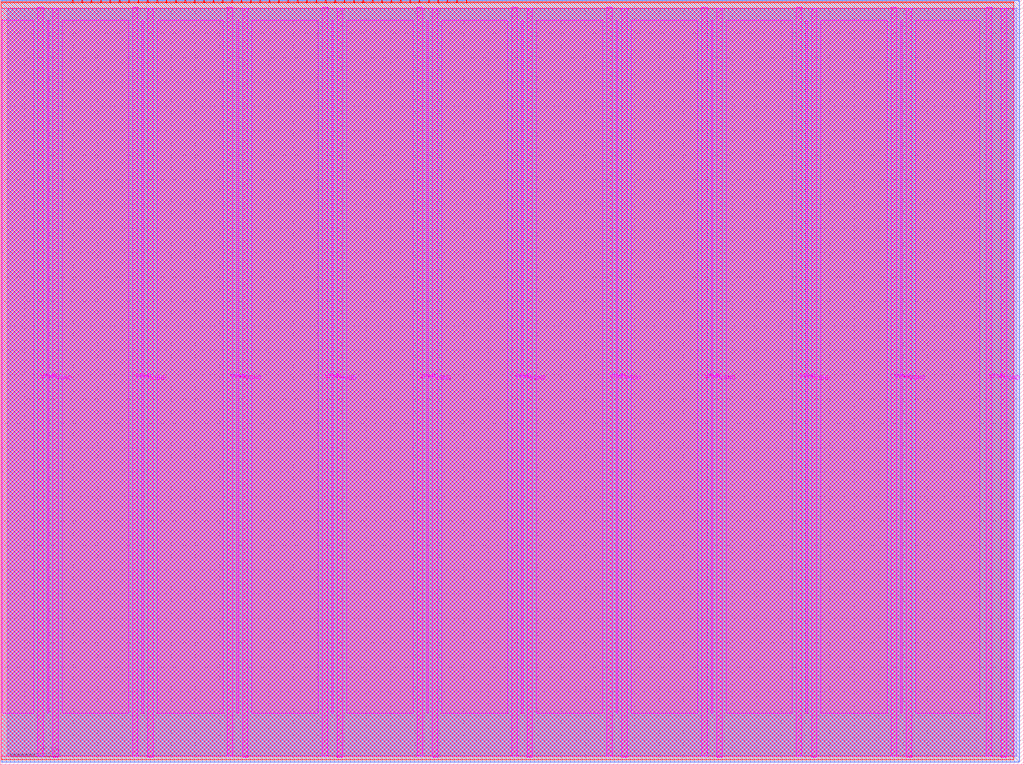
<source format=lef>
VERSION 5.7 ;
  NOWIREEXTENSIONATPIN ON ;
  DIVIDERCHAR "/" ;
  BUSBITCHARS "[]" ;
MACRO tt_um_herald
  CLASS BLOCK ;
  FOREIGN tt_um_herald ;
  ORIGIN 0.000 0.000 ;
  SIZE 419.520 BY 313.740 ;
  PIN VGND
    DIRECTION INOUT ;
    USE GROUND ;
    PORT
      LAYER TopMetal1 ;
        RECT 21.580 3.150 23.780 310.180 ;
    END
    PORT
      LAYER TopMetal1 ;
        RECT 60.450 3.150 62.650 310.180 ;
    END
    PORT
      LAYER TopMetal1 ;
        RECT 99.320 3.150 101.520 310.180 ;
    END
    PORT
      LAYER TopMetal1 ;
        RECT 138.190 3.150 140.390 310.180 ;
    END
    PORT
      LAYER TopMetal1 ;
        RECT 177.060 3.150 179.260 310.180 ;
    END
    PORT
      LAYER TopMetal1 ;
        RECT 215.930 3.150 218.130 310.180 ;
    END
    PORT
      LAYER TopMetal1 ;
        RECT 254.800 3.150 257.000 310.180 ;
    END
    PORT
      LAYER TopMetal1 ;
        RECT 293.670 3.150 295.870 310.180 ;
    END
    PORT
      LAYER TopMetal1 ;
        RECT 332.540 3.150 334.740 310.180 ;
    END
    PORT
      LAYER TopMetal1 ;
        RECT 371.410 3.150 373.610 310.180 ;
    END
    PORT
      LAYER TopMetal1 ;
        RECT 410.280 3.150 412.480 310.180 ;
    END
  END VGND
  PIN VPWR
    DIRECTION INOUT ;
    USE POWER ;
    PORT
      LAYER TopMetal1 ;
        RECT 15.380 3.560 17.580 310.590 ;
    END
    PORT
      LAYER TopMetal1 ;
        RECT 54.250 3.560 56.450 310.590 ;
    END
    PORT
      LAYER TopMetal1 ;
        RECT 93.120 3.560 95.320 310.590 ;
    END
    PORT
      LAYER TopMetal1 ;
        RECT 131.990 3.560 134.190 310.590 ;
    END
    PORT
      LAYER TopMetal1 ;
        RECT 170.860 3.560 173.060 310.590 ;
    END
    PORT
      LAYER TopMetal1 ;
        RECT 209.730 3.560 211.930 310.590 ;
    END
    PORT
      LAYER TopMetal1 ;
        RECT 248.600 3.560 250.800 310.590 ;
    END
    PORT
      LAYER TopMetal1 ;
        RECT 287.470 3.560 289.670 310.590 ;
    END
    PORT
      LAYER TopMetal1 ;
        RECT 326.340 3.560 328.540 310.590 ;
    END
    PORT
      LAYER TopMetal1 ;
        RECT 365.210 3.560 367.410 310.590 ;
    END
    PORT
      LAYER TopMetal1 ;
        RECT 404.080 3.560 406.280 310.590 ;
    END
  END VPWR
  PIN clk
    DIRECTION INPUT ;
    USE SIGNAL ;
    ANTENNAGATEAREA 0.725400 ;
    PORT
      LAYER Metal4 ;
        RECT 187.050 312.740 187.350 313.740 ;
    END
  END clk
  PIN ena
    DIRECTION INPUT ;
    USE SIGNAL ;
    PORT
      LAYER Metal4 ;
        RECT 190.890 312.740 191.190 313.740 ;
    END
  END ena
  PIN rst_n
    DIRECTION INPUT ;
    USE SIGNAL ;
    ANTENNAGATEAREA 2.176200 ;
    PORT
      LAYER Metal4 ;
        RECT 183.210 312.740 183.510 313.740 ;
    END
  END rst_n
  PIN ui_in[0]
    DIRECTION INPUT ;
    USE SIGNAL ;
    ANTENNAGATEAREA 0.213200 ;
    PORT
      LAYER Metal4 ;
        RECT 179.370 312.740 179.670 313.740 ;
    END
  END ui_in[0]
  PIN ui_in[1]
    DIRECTION INPUT ;
    USE SIGNAL ;
    ANTENNAGATEAREA 0.213200 ;
    PORT
      LAYER Metal4 ;
        RECT 175.530 312.740 175.830 313.740 ;
    END
  END ui_in[1]
  PIN ui_in[2]
    DIRECTION INPUT ;
    USE SIGNAL ;
    ANTENNAGATEAREA 0.213200 ;
    PORT
      LAYER Metal4 ;
        RECT 171.690 312.740 171.990 313.740 ;
    END
  END ui_in[2]
  PIN ui_in[3]
    DIRECTION INPUT ;
    USE SIGNAL ;
    ANTENNAGATEAREA 0.213200 ;
    PORT
      LAYER Metal4 ;
        RECT 167.850 312.740 168.150 313.740 ;
    END
  END ui_in[3]
  PIN ui_in[4]
    DIRECTION INPUT ;
    USE SIGNAL ;
    ANTENNAGATEAREA 0.213200 ;
    PORT
      LAYER Metal4 ;
        RECT 164.010 312.740 164.310 313.740 ;
    END
  END ui_in[4]
  PIN ui_in[5]
    DIRECTION INPUT ;
    USE SIGNAL ;
    ANTENNAGATEAREA 0.213200 ;
    PORT
      LAYER Metal4 ;
        RECT 160.170 312.740 160.470 313.740 ;
    END
  END ui_in[5]
  PIN ui_in[6]
    DIRECTION INPUT ;
    USE SIGNAL ;
    ANTENNAGATEAREA 0.213200 ;
    PORT
      LAYER Metal4 ;
        RECT 156.330 312.740 156.630 313.740 ;
    END
  END ui_in[6]
  PIN ui_in[7]
    DIRECTION INPUT ;
    USE SIGNAL ;
    ANTENNAGATEAREA 0.213200 ;
    PORT
      LAYER Metal4 ;
        RECT 152.490 312.740 152.790 313.740 ;
    END
  END ui_in[7]
  PIN uio_in[0]
    DIRECTION INPUT ;
    USE SIGNAL ;
    ANTENNAGATEAREA 0.789100 ;
    ANTENNADIFFAREA 2.015400 ;
    PORT
      LAYER Metal4 ;
        RECT 148.650 312.740 148.950 313.740 ;
    END
  END uio_in[0]
  PIN uio_in[1]
    DIRECTION INPUT ;
    USE SIGNAL ;
    ANTENNAGATEAREA 0.789100 ;
    ANTENNADIFFAREA 2.015400 ;
    PORT
      LAYER Metal4 ;
        RECT 144.810 312.740 145.110 313.740 ;
    END
  END uio_in[1]
  PIN uio_in[2]
    DIRECTION INPUT ;
    USE SIGNAL ;
    PORT
      LAYER Metal4 ;
        RECT 140.970 312.740 141.270 313.740 ;
    END
  END uio_in[2]
  PIN uio_in[3]
    DIRECTION INPUT ;
    USE SIGNAL ;
    PORT
      LAYER Metal4 ;
        RECT 137.130 312.740 137.430 313.740 ;
    END
  END uio_in[3]
  PIN uio_in[4]
    DIRECTION INPUT ;
    USE SIGNAL ;
    PORT
      LAYER Metal4 ;
        RECT 133.290 312.740 133.590 313.740 ;
    END
  END uio_in[4]
  PIN uio_in[5]
    DIRECTION INPUT ;
    USE SIGNAL ;
    PORT
      LAYER Metal4 ;
        RECT 129.450 312.740 129.750 313.740 ;
    END
  END uio_in[5]
  PIN uio_in[6]
    DIRECTION INPUT ;
    USE SIGNAL ;
    PORT
      LAYER Metal4 ;
        RECT 125.610 312.740 125.910 313.740 ;
    END
  END uio_in[6]
  PIN uio_in[7]
    DIRECTION INPUT ;
    USE SIGNAL ;
    PORT
      LAYER Metal4 ;
        RECT 121.770 312.740 122.070 313.740 ;
    END
  END uio_in[7]
  PIN uio_oe[0]
    DIRECTION OUTPUT ;
    USE SIGNAL ;
    ANTENNADIFFAREA 0.299200 ;
    PORT
      LAYER Metal4 ;
        RECT 56.490 312.740 56.790 313.740 ;
    END
  END uio_oe[0]
  PIN uio_oe[1]
    DIRECTION OUTPUT ;
    USE SIGNAL ;
    ANTENNADIFFAREA 0.299200 ;
    PORT
      LAYER Metal4 ;
        RECT 52.650 312.740 52.950 313.740 ;
    END
  END uio_oe[1]
  PIN uio_oe[2]
    DIRECTION OUTPUT ;
    USE SIGNAL ;
    ANTENNADIFFAREA 0.299200 ;
    PORT
      LAYER Metal4 ;
        RECT 48.810 312.740 49.110 313.740 ;
    END
  END uio_oe[2]
  PIN uio_oe[3]
    DIRECTION OUTPUT ;
    USE SIGNAL ;
    ANTENNADIFFAREA 0.299200 ;
    PORT
      LAYER Metal4 ;
        RECT 44.970 312.740 45.270 313.740 ;
    END
  END uio_oe[3]
  PIN uio_oe[4]
    DIRECTION OUTPUT ;
    USE SIGNAL ;
    ANTENNADIFFAREA 0.299200 ;
    PORT
      LAYER Metal4 ;
        RECT 41.130 312.740 41.430 313.740 ;
    END
  END uio_oe[4]
  PIN uio_oe[5]
    DIRECTION OUTPUT ;
    USE SIGNAL ;
    ANTENNADIFFAREA 0.299200 ;
    PORT
      LAYER Metal4 ;
        RECT 37.290 312.740 37.590 313.740 ;
    END
  END uio_oe[5]
  PIN uio_oe[6]
    DIRECTION OUTPUT ;
    USE SIGNAL ;
    ANTENNADIFFAREA 0.299200 ;
    PORT
      LAYER Metal4 ;
        RECT 33.450 312.740 33.750 313.740 ;
    END
  END uio_oe[6]
  PIN uio_oe[7]
    DIRECTION OUTPUT ;
    USE SIGNAL ;
    ANTENNADIFFAREA 0.299200 ;
    PORT
      LAYER Metal4 ;
        RECT 29.610 312.740 29.910 313.740 ;
    END
  END uio_oe[7]
  PIN uio_out[0]
    DIRECTION OUTPUT ;
    USE SIGNAL ;
    ANTENNADIFFAREA 0.299200 ;
    PORT
      LAYER Metal4 ;
        RECT 87.210 312.740 87.510 313.740 ;
    END
  END uio_out[0]
  PIN uio_out[1]
    DIRECTION OUTPUT ;
    USE SIGNAL ;
    ANTENNADIFFAREA 0.299200 ;
    PORT
      LAYER Metal4 ;
        RECT 83.370 312.740 83.670 313.740 ;
    END
  END uio_out[1]
  PIN uio_out[2]
    DIRECTION OUTPUT ;
    USE SIGNAL ;
    ANTENNADIFFAREA 0.299200 ;
    PORT
      LAYER Metal4 ;
        RECT 79.530 312.740 79.830 313.740 ;
    END
  END uio_out[2]
  PIN uio_out[3]
    DIRECTION OUTPUT ;
    USE SIGNAL ;
    ANTENNADIFFAREA 0.299200 ;
    PORT
      LAYER Metal4 ;
        RECT 75.690 312.740 75.990 313.740 ;
    END
  END uio_out[3]
  PIN uio_out[4]
    DIRECTION OUTPUT ;
    USE SIGNAL ;
    ANTENNADIFFAREA 0.299200 ;
    PORT
      LAYER Metal4 ;
        RECT 71.850 312.740 72.150 313.740 ;
    END
  END uio_out[4]
  PIN uio_out[5]
    DIRECTION OUTPUT ;
    USE SIGNAL ;
    ANTENNADIFFAREA 0.299200 ;
    PORT
      LAYER Metal4 ;
        RECT 68.010 312.740 68.310 313.740 ;
    END
  END uio_out[5]
  PIN uio_out[6]
    DIRECTION OUTPUT ;
    USE SIGNAL ;
    ANTENNADIFFAREA 0.299200 ;
    PORT
      LAYER Metal4 ;
        RECT 64.170 312.740 64.470 313.740 ;
    END
  END uio_out[6]
  PIN uio_out[7]
    DIRECTION OUTPUT ;
    USE SIGNAL ;
    ANTENNADIFFAREA 0.299200 ;
    PORT
      LAYER Metal4 ;
        RECT 60.330 312.740 60.630 313.740 ;
    END
  END uio_out[7]
  PIN uo_out[0]
    DIRECTION OUTPUT ;
    USE SIGNAL ;
    ANTENNAGATEAREA 0.109200 ;
    ANTENNADIFFAREA 0.716100 ;
    PORT
      LAYER Metal4 ;
        RECT 117.930 312.740 118.230 313.740 ;
    END
  END uo_out[0]
  PIN uo_out[1]
    DIRECTION OUTPUT ;
    USE SIGNAL ;
    ANTENNAGATEAREA 0.109200 ;
    ANTENNADIFFAREA 0.716100 ;
    PORT
      LAYER Metal4 ;
        RECT 114.090 312.740 114.390 313.740 ;
    END
  END uo_out[1]
  PIN uo_out[2]
    DIRECTION OUTPUT ;
    USE SIGNAL ;
    ANTENNAGATEAREA 0.109200 ;
    ANTENNADIFFAREA 0.716100 ;
    PORT
      LAYER Metal4 ;
        RECT 110.250 312.740 110.550 313.740 ;
    END
  END uo_out[2]
  PIN uo_out[3]
    DIRECTION OUTPUT ;
    USE SIGNAL ;
    ANTENNAGATEAREA 0.109200 ;
    ANTENNADIFFAREA 0.632400 ;
    PORT
      LAYER Metal4 ;
        RECT 106.410 312.740 106.710 313.740 ;
    END
  END uo_out[3]
  PIN uo_out[4]
    DIRECTION OUTPUT ;
    USE SIGNAL ;
    ANTENNAGATEAREA 0.109200 ;
    ANTENNADIFFAREA 0.716100 ;
    PORT
      LAYER Metal4 ;
        RECT 102.570 312.740 102.870 313.740 ;
    END
  END uo_out[4]
  PIN uo_out[5]
    DIRECTION OUTPUT ;
    USE SIGNAL ;
    ANTENNAGATEAREA 0.109200 ;
    ANTENNADIFFAREA 0.716100 ;
    PORT
      LAYER Metal4 ;
        RECT 98.730 312.740 99.030 313.740 ;
    END
  END uo_out[5]
  PIN uo_out[6]
    DIRECTION OUTPUT ;
    USE SIGNAL ;
    ANTENNAGATEAREA 0.109200 ;
    ANTENNADIFFAREA 0.716100 ;
    PORT
      LAYER Metal4 ;
        RECT 94.890 312.740 95.190 313.740 ;
    END
  END uo_out[6]
  PIN uo_out[7]
    DIRECTION OUTPUT ;
    USE SIGNAL ;
    ANTENNAGATEAREA 0.109200 ;
    ANTENNADIFFAREA 0.716100 ;
    PORT
      LAYER Metal4 ;
        RECT 91.050 312.740 91.350 313.740 ;
    END
  END uo_out[7]
  OBS
      LAYER GatPoly ;
        RECT 2.880 3.630 416.640 310.110 ;
      LAYER Metal1 ;
        RECT 2.880 3.560 416.640 310.180 ;
      LAYER Metal2 ;
        RECT 0.375 1.115 417.705 313.465 ;
      LAYER Metal3 ;
        RECT 0.335 1.160 417.745 313.420 ;
      LAYER Metal4 ;
        RECT 0.375 312.530 29.400 313.000 ;
        RECT 30.120 312.530 33.240 313.000 ;
        RECT 33.960 312.530 37.080 313.000 ;
        RECT 37.800 312.530 40.920 313.000 ;
        RECT 41.640 312.530 44.760 313.000 ;
        RECT 45.480 312.530 48.600 313.000 ;
        RECT 49.320 312.530 52.440 313.000 ;
        RECT 53.160 312.530 56.280 313.000 ;
        RECT 57.000 312.530 60.120 313.000 ;
        RECT 60.840 312.530 63.960 313.000 ;
        RECT 64.680 312.530 67.800 313.000 ;
        RECT 68.520 312.530 71.640 313.000 ;
        RECT 72.360 312.530 75.480 313.000 ;
        RECT 76.200 312.530 79.320 313.000 ;
        RECT 80.040 312.530 83.160 313.000 ;
        RECT 83.880 312.530 87.000 313.000 ;
        RECT 87.720 312.530 90.840 313.000 ;
        RECT 91.560 312.530 94.680 313.000 ;
        RECT 95.400 312.530 98.520 313.000 ;
        RECT 99.240 312.530 102.360 313.000 ;
        RECT 103.080 312.530 106.200 313.000 ;
        RECT 106.920 312.530 110.040 313.000 ;
        RECT 110.760 312.530 113.880 313.000 ;
        RECT 114.600 312.530 117.720 313.000 ;
        RECT 118.440 312.530 121.560 313.000 ;
        RECT 122.280 312.530 125.400 313.000 ;
        RECT 126.120 312.530 129.240 313.000 ;
        RECT 129.960 312.530 133.080 313.000 ;
        RECT 133.800 312.530 136.920 313.000 ;
        RECT 137.640 312.530 140.760 313.000 ;
        RECT 141.480 312.530 144.600 313.000 ;
        RECT 145.320 312.530 148.440 313.000 ;
        RECT 149.160 312.530 152.280 313.000 ;
        RECT 153.000 312.530 156.120 313.000 ;
        RECT 156.840 312.530 159.960 313.000 ;
        RECT 160.680 312.530 163.800 313.000 ;
        RECT 164.520 312.530 167.640 313.000 ;
        RECT 168.360 312.530 171.480 313.000 ;
        RECT 172.200 312.530 175.320 313.000 ;
        RECT 176.040 312.530 179.160 313.000 ;
        RECT 179.880 312.530 183.000 313.000 ;
        RECT 183.720 312.530 186.840 313.000 ;
        RECT 187.560 312.530 190.680 313.000 ;
        RECT 191.400 312.530 415.305 313.000 ;
        RECT 0.375 1.955 415.305 312.530 ;
      LAYER Metal5 ;
        RECT 0.335 3.470 415.345 310.270 ;
      LAYER TopMetal1 ;
        RECT 0.820 21.020 13.740 305.320 ;
        RECT 19.220 21.020 19.940 305.320 ;
        RECT 25.420 21.020 52.610 305.320 ;
        RECT 58.090 21.020 58.810 305.320 ;
        RECT 64.290 21.020 91.480 305.320 ;
        RECT 96.960 21.020 97.680 305.320 ;
        RECT 103.160 21.020 130.350 305.320 ;
        RECT 135.830 21.020 136.550 305.320 ;
        RECT 142.030 21.020 169.220 305.320 ;
        RECT 174.700 21.020 175.420 305.320 ;
        RECT 180.900 21.020 208.090 305.320 ;
        RECT 213.570 21.020 214.290 305.320 ;
        RECT 219.770 21.020 246.960 305.320 ;
        RECT 252.440 21.020 253.160 305.320 ;
        RECT 258.640 21.020 285.830 305.320 ;
        RECT 291.310 21.020 292.030 305.320 ;
        RECT 297.510 21.020 324.700 305.320 ;
        RECT 330.180 21.020 330.900 305.320 ;
        RECT 336.380 21.020 363.570 305.320 ;
        RECT 369.050 21.020 369.770 305.320 ;
        RECT 375.250 21.020 401.460 305.320 ;
  END
END tt_um_herald
END LIBRARY


</source>
